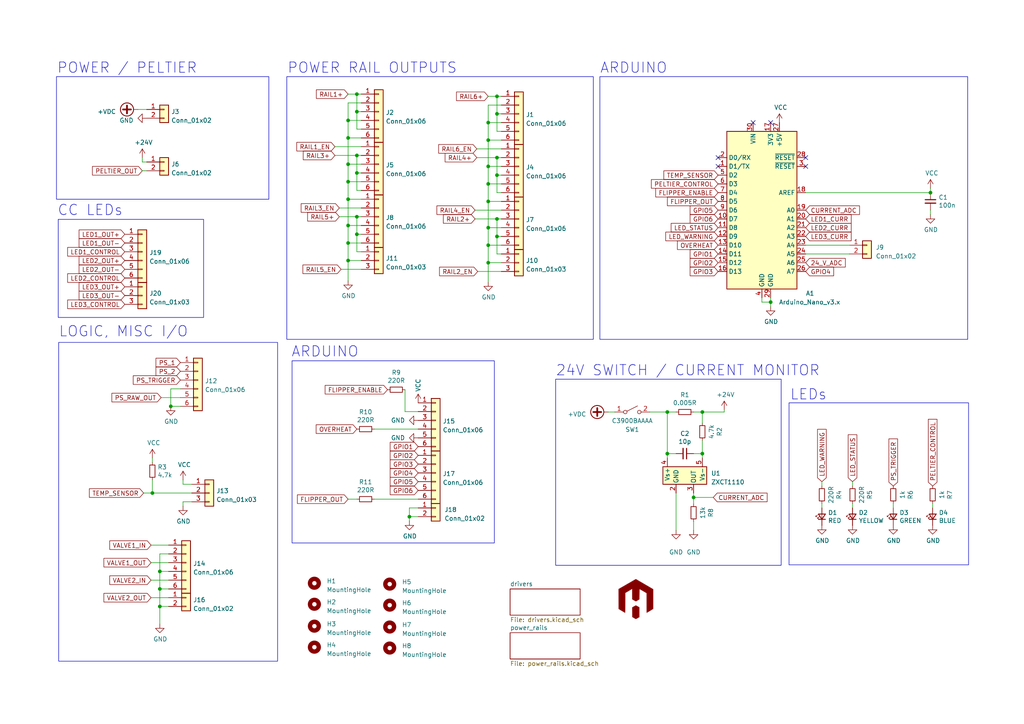
<source format=kicad_sch>
(kicad_sch (version 20230121) (generator eeschema)
  (paper "A4")
  (title_block (title "Pip Control Board") (date "2024-02-18") (rev "v3") (company "Max Hunter"))
  (lib_symbols
    (symbol "Amplifier_Current:ZXCT1110" (pin_names (offset 0.254))
      (property "Reference" "U" (at 7.62 1.27 0))
      (property "Value" "ZXCT1110" (at 7.62 -1.27 0))
      (symbol "ZXCT1110_1_1"
        (pin no_connect line (at 0 2.54 270) (length 2.54) hide (name "NC") (number "1"))
        (pin power_in line (at -2.54 -5.08 90) (length 2.54) (name "GND") (number "2"))
        (pin output line (at 2.54 -5.08 90) (length 2.54) (name "OUT") (number "3"))
        (pin input line (at -5.08 5.08 270) (length 2.54) (name "Vs+") (number "4"))
        (pin input line (at 5.08 5.08 270) (length 2.54) (name "Vs-") (number "5"))
      )
    )
    (symbol "Connector_Generic:Conn_01x02" (pin_names (offset 1.016) hide)
      (property "Reference" "J" (at 0 2.54 0))
      (property "Value" "Conn_01x02" (at 0 -5.08 0))
      (symbol "Conn_01x02_1_1"
        (pin passive line (at -5.08 0 0) (length 3.81) (name "Pin_1") (number "1"))
        (pin passive line (at -5.08 -2.54 0) (length 3.81) (name "Pin_2") (number "2"))
      )
    )
    (symbol "Connector_Generic:Conn_01x03" (pin_names (offset 1.016) hide)
      (property "Reference" "J" (at 0 5.08 0))
      (property "Value" "Conn_01x03" (at 0 -5.08 0))
      (symbol "Conn_01x03_1_1"
        (pin passive line (at -5.08 2.54 0) (length 3.81) (name "Pin_1") (number "1"))
        (pin passive line (at -5.08 0 0) (length 3.81) (name "Pin_2") (number "2"))
        (pin passive line (at -5.08 -2.54 0) (length 3.81) (name "Pin_3") (number "3"))
      )
    )
    (symbol "Connector_Generic:Conn_01x06" (pin_names (offset 1.016) hide)
      (property "Reference" "J" (at 0 7.62 0))
      (property "Value" "Conn_01x06" (at 0 -10.16 0))
      (symbol "Conn_01x06_1_1"
        (pin passive line (at -5.08 5.08 0) (length 3.81) (name "Pin_1") (number "1"))
        (pin passive line (at -5.08 2.54 0) (length 3.81) (name "Pin_2") (number "2"))
        (pin passive line (at -5.08 0 0) (length 3.81) (name "Pin_3") (number "3"))
        (pin passive line (at -5.08 -2.54 0) (length 3.81) (name "Pin_4") (number "4"))
        (pin passive line (at -5.08 -5.08 0) (length 3.81) (name "Pin_5") (number "5"))
        (pin passive line (at -5.08 -7.62 0) (length 3.81) (name "Pin_6") (number "6"))
      )
    )
    (symbol "Connector_Generic:Conn_01x15" (pin_names (offset 1.016) hide)
      (property "Reference" "J" (at 0 20.32 0))
      (property "Value" "Conn_01x15" (at 0 -20.32 0))
      (symbol "Conn_01x15_1_1"
        (pin passive line (at -5.08 17.78 0) (length 3.81) (name "Pin_1") (number "1"))
        (pin passive line (at -5.08 -5.08 0) (length 3.81) (name "Pin_10") (number "10"))
        (pin passive line (at -5.08 -7.62 0) (length 3.81) (name "Pin_11") (number "11"))
        (pin passive line (at -5.08 -10.16 0) (length 3.81) (name "Pin_12") (number "12"))
        (pin passive line (at -5.08 -12.7 0) (length 3.81) (name "Pin_13") (number "13"))
        (pin passive line (at -5.08 -15.24 0) (length 3.81) (name "Pin_14") (number "14"))
        (pin passive line (at -5.08 -17.78 0) (length 3.81) (name "Pin_15") (number "15"))
        (pin passive line (at -5.08 15.24 0) (length 3.81) (name "Pin_2") (number "2"))
        (pin passive line (at -5.08 12.7 0) (length 3.81) (name "Pin_3") (number "3"))
        (pin passive line (at -5.08 10.16 0) (length 3.81) (name "Pin_4") (number "4"))
        (pin passive line (at -5.08 7.62 0) (length 3.81) (name "Pin_5") (number "5"))
        (pin passive line (at -5.08 5.08 0) (length 3.81) (name "Pin_6") (number "6"))
        (pin passive line (at -5.08 2.54 0) (length 3.81) (name "Pin_7") (number "7"))
        (pin passive line (at -5.08 0 0) (length 3.81) (name "Pin_8") (number "8"))
        (pin passive line (at -5.08 -2.54 0) (length 3.81) (name "Pin_9") (number "9"))
      )
    )
    (symbol "Device:C_Small" (pin_numbers hide) (pin_names (offset 0.254) hide)
      (property "Reference" "C" (at 0.254 1.778 0))
      (property "Value" "C_Small" (at 0.254 -2.032 0))
      (symbol "C_Small_1_1"
        (pin passive line (at 0 2.54 270) (length 2.032) (name "~") (number "1"))
        (pin passive line (at 0 -2.54 90) (length 2.032) (name "~") (number "2"))
      )
    )
    (symbol "Device:LED_Small" (pin_numbers hide) (pin_names (offset 0.254) hide)
      (property "Reference" "D" (at -1.27 3.175 0))
      (property "Value" "LED_Small" (at -4.445 -2.54 0))
      (symbol "LED_Small_1_1"
        (pin passive line (at -2.54 0 0) (length 1.778) (name "K") (number "1"))
        (pin passive line (at 2.54 0 180) (length 1.778) (name "A") (number "2"))
      )
    )
    (symbol "Device:R_Small" (pin_numbers hide) (pin_names (offset 0.254) hide)
      (property "Reference" "R" (at 0.762 0.508 0))
      (property "Value" "R_Small" (at 0.762 -1.016 0))
      (symbol "R_Small_1_1"
        (pin passive line (at 0 2.54 270) (length 0.762) (name "~") (number "1"))
        (pin passive line (at 0 -2.54 90) (length 0.762) (name "~") (number "2"))
      )
    )
    (symbol "GND_1" (power) (pin_names (offset 0))
      (property "Value" "GND_1" (at 0 -3.81 0))
      (symbol "GND_1_1_1"
        (pin power_in line (at 0 0 270) (length 0) hide (name "GND") (number "1"))
      )
    )
    (symbol "GND_2" (power) (pin_names (offset 0))
      (property "Value" "GND_2" (at 0 -3.81 0))
      (symbol "GND_2_1_1"
        (pin power_in line (at 0 0 270) (length 0) hide (name "GND") (number "1"))
      )
    )
    (symbol "GND_3" (power) (pin_names (offset 0))
      (property "Value" "GND_3" (at 0 -3.81 0))
      (symbol "GND_3_1_1"
        (pin power_in line (at 0 0 270) (length 0) hide (name "GND") (number "1"))
      )
    )
    (symbol "Jumper:Jumper_2_Bridged" (pin_names (offset 0) hide)
      (property "Reference" "JP" (at 0 1.905 0))
      (property "Value" "Jumper_2_Bridged" (at 0 -2.54 0))
      (symbol "Jumper_2_Bridged_1_1"
        (pin passive line (at -5.08 0 0) (length 2.54) (name "A") (number "1"))
        (pin passive line (at 5.08 0 180) (length 2.54) (name "B") (number "2"))
      )
    )
    (symbol "MCU_Module:Arduino_Nano_v3.x"
      (property "Reference" "A" (at -10.16 23.495 0))
      (property "Value" "Arduino_Nano_v3.x" (at 5.08 -24.13 0))
      (symbol "Arduino_Nano_v3.x_1_1"
        (pin bidirectional line (at -12.7 12.7 0) (length 2.54) (name "D1/TX") (number "1"))
        (pin bidirectional line (at -12.7 -2.54 0) (length 2.54) (name "D7") (number "10"))
        (pin bidirectional line (at -12.7 -5.08 0) (length 2.54) (name "D8") (number "11"))
        (pin bidirectional line (at -12.7 -7.62 0) (length 2.54) (name "D9") (number "12"))
        (pin bidirectional line (at -12.7 -10.16 0) (length 2.54) (name "D10") (number "13"))
        (pin bidirectional line (at -12.7 -12.7 0) (length 2.54) (name "D11") (number "14"))
        (pin bidirectional line (at -12.7 -15.24 0) (length 2.54) (name "D12") (number "15"))
        (pin bidirectional line (at -12.7 -17.78 0) (length 2.54) (name "D13") (number "16"))
        (pin power_out line (at 2.54 25.4 270) (length 2.54) (name "3V3") (number "17"))
        (pin input line (at 12.7 5.08 180) (length 2.54) (name "AREF") (number "18"))
        (pin bidirectional line (at 12.7 0 180) (length 2.54) (name "A0") (number "19"))
        (pin bidirectional line (at -12.7 15.24 0) (length 2.54) (name "D0/RX") (number "2"))
        (pin bidirectional line (at 12.7 -2.54 180) (length 2.54) (name "A1") (number "20"))
        (pin bidirectional line (at 12.7 -5.08 180) (length 2.54) (name "A2") (number "21"))
        (pin bidirectional line (at 12.7 -7.62 180) (length 2.54) (name "A3") (number "22"))
        (pin bidirectional line (at 12.7 -10.16 180) (length 2.54) (name "A4") (number "23"))
        (pin bidirectional line (at 12.7 -12.7 180) (length 2.54) (name "A5") (number "24"))
        (pin bidirectional line (at 12.7 -15.24 180) (length 2.54) (name "A6") (number "25"))
        (pin bidirectional line (at 12.7 -17.78 180) (length 2.54) (name "A7") (number "26"))
        (pin power_out line (at 5.08 25.4 270) (length 2.54) (name "+5V") (number "27"))
        (pin input line (at 12.7 15.24 180) (length 2.54) (name "~{RESET}") (number "28"))
        (pin power_in line (at 2.54 -25.4 90) (length 2.54) (name "GND") (number "29"))
        (pin input line (at 12.7 12.7 180) (length 2.54) (name "~{RESET}") (number "3"))
        (pin power_in line (at -2.54 25.4 270) (length 2.54) (name "VIN") (number "30"))
        (pin power_in line (at 0 -25.4 90) (length 2.54) (name "GND") (number "4"))
        (pin bidirectional line (at -12.7 10.16 0) (length 2.54) (name "D2") (number "5"))
        (pin bidirectional line (at -12.7 7.62 0) (length 2.54) (name "D3") (number "6"))
        (pin bidirectional line (at -12.7 5.08 0) (length 2.54) (name "D4") (number "7"))
        (pin bidirectional line (at -12.7 2.54 0) (length 2.54) (name "D5") (number "8"))
        (pin bidirectional line (at -12.7 0 0) (length 2.54) (name "D6") (number "9"))
      )
    )
    (symbol "Mechanical:MountingHole" (pin_names (offset 1.016))
      (property "Reference" "H" (at 0 5.08 0))
      (property "Value" "MountingHole" (at 0 3.175 0))
    )
    (symbol "Switch:SW_SPST" (pin_names (offset 0) hide)
      (property "Reference" "SW" (at 0 3.175 0))
      (property "Value" "SW_SPST" (at 0 -2.54 0))
      (symbol "SW_SPST_1_1"
        (pin passive line (at -5.08 0 0) (length 2.54) (name "A") (number "1"))
        (pin passive line (at 5.08 0 180) (length 2.54) (name "B") (number "2"))
      )
    )
    (symbol "maxlibrary:maxlogo" (pin_names (offset 1.016)))
    (symbol "power:+24V" (power) (pin_names (offset 0))
      (property "Value" "+24V" (at 0 3.556 0))
      (symbol "+24V_1_1"
        (pin power_in line (at 0 0 90) (length 0) hide (name "+24V") (number "1"))
      )
    )
    (symbol "power:+VDC" (power) (pin_names (offset 0))
      (property "Value" "+VDC" (at 0 6.35 0))
      (symbol "+VDC_1_1"
        (pin power_in line (at 0 0 90) (length 0) hide (name "+VDC") (number "1"))
      )
    )
    (symbol "power:GND" (power) (pin_names (offset 0))
      (property "Value" "GND" (at 0 -3.81 0))
      (symbol "GND_1_1"
        (pin power_in line (at 0 0 270) (length 0) hide (name "GND") (number "1"))
      )
    )
    (symbol "power:VCC" (power) (pin_names (offset 0))
      (property "Value" "VCC" (at 0 3.81 0))
      (symbol "VCC_1_1"
        (pin power_in line (at 0 0 90) (length 0) hide (name "VCC") (number "1"))
      )
    )
  )
  (junction (at 269.875 55.88))
  (junction (at 100.965 57.785))
  (junction (at 118.745 149.86))
  (junction (at 193.548 131.572))
  (junction (at 49.53 117.856))
  (junction (at 46.355 175.895))
  (junction (at 203.708 119.507))
  (junction (at 100.965 34.925))
  (junction (at 141.605 35.56))
  (junction (at 100.965 47.625))
  (junction (at 144.145 68.58))
  (junction (at 144.145 33.02))
  (junction (at 100.965 52.705))
  (junction (at 103.505 67.945))
  (junction (at 46.355 165.735))
  (junction (at 103.505 32.385))
  (junction (at 144.145 45.72))
  (junction (at 203.708 131.572))
  (junction (at 103.505 27.305))
  (junction (at 100.965 70.485))
  (junction (at 144.145 27.94))
  (junction (at 201.168 144.272))
  (junction (at 100.965 40.005))
  (junction (at 100.965 65.405))
  (junction (at 141.605 53.34))
  (junction (at 144.145 63.5))
  (junction (at 223.52 87.63))
  (junction (at 100.965 75.565))
  (junction (at 103.505 50.165))
  (junction (at 44.196 143.002))
  (junction (at 193.548 119.507))
  (junction (at 141.605 71.12))
  (junction (at 141.605 48.26))
  (junction (at 103.505 62.865))
  (junction (at 46.355 170.815))
  (junction (at 144.145 50.8))
  (junction (at 141.605 76.2))
  (junction (at 141.605 58.42))
  (junction (at 141.605 40.64))
  (junction (at 103.505 45.085))
  (junction (at 141.605 66.04))
  (no_connect (at 223.52 35.56))
  (no_connect (at 243.205 -34.544))
  (no_connect (at 233.045 -23.114))
  (no_connect (at 233.68 45.72))
  (no_connect (at 208.28 45.72))
  (no_connect (at 208.28 48.26))
  (no_connect (at 243.205 -17.78))
  (no_connect (at 233.045 -34.544))
  (no_connect (at 233.045 -17.78))
  (no_connect (at 233.045 -29.21))
  (no_connect (at 233.299 -40.64))
  (no_connect (at 218.44 35.56))
  (no_connect (at 233.68 48.26))
  (no_connect (at 243.459 -45.974))
  (no_connect (at 243.459 -40.64))
  (no_connect (at 243.205 -23.114))
  (no_connect (at 233.299 -45.974))
  (no_connect (at 243.205 -29.21))
  (wire (pts (xy 203.708 119.507) (xy 210.058 119.507)))
  (wire (pts (xy 103.505 32.385) (xy 104.775 32.385)))
  (wire (pts (xy 145.415 53.34) (xy 141.605 53.34)))
  (wire (pts (xy 44.196 139.192) (xy 44.196 143.002)))
  (wire (pts (xy 238.379 146.05) (xy 238.379 147.32)))
  (wire (pts (xy 46.355 160.655) (xy 48.895 160.655)))
  (wire (pts (xy 46.355 175.895) (xy 46.355 180.975)))
  (wire (pts (xy 144.145 68.58) (xy 144.145 73.66)))
  (wire (pts (xy 201.168 143.002) (xy 201.168 144.272)))
  (wire (pts (xy 141.605 71.12) (xy 141.605 76.2)))
  (wire (pts (xy 46.355 160.655) (xy 46.355 165.735)))
  (wire (pts (xy 43.815 158.115) (xy 48.895 158.115)))
  (wire (pts (xy 100.965 52.705) (xy 100.965 57.785)))
  (wire (pts (xy 144.145 68.58) (xy 145.415 68.58)))
  (wire (pts (xy 141.605 48.26) (xy 141.605 53.34)))
  (wire (pts (xy 104.775 70.485) (xy 100.965 70.485)))
  (wire (pts (xy 103.505 62.865) (xy 103.505 67.945)))
  (wire (pts (xy 53.086 139.192) (xy 53.086 140.462)))
  (wire (pts (xy 138.303 45.72) (xy 144.145 45.72)))
  (wire (pts (xy 144.145 38.1) (xy 145.415 38.1)))
  (wire (pts (xy 137.795 63.5) (xy 144.145 63.5)))
  (wire (pts (xy 138.557 78.74) (xy 145.415 78.74)))
  (wire (pts (xy 223.52 88.9) (xy 223.52 87.63)))
  (wire (pts (xy 206.883 144.272) (xy 201.168 144.272)))
  (wire (pts (xy 40.005 31.75) (xy 42.545 31.75)))
  (wire (pts (xy 141.605 53.34) (xy 141.605 58.42)))
  (wire (pts (xy 100.965 75.565) (xy 100.965 81.407)))
  (wire (pts (xy 138.303 43.18) (xy 145.415 43.18)))
  (wire (pts (xy 103.505 45.085) (xy 103.505 50.165)))
  (wire (pts (xy 269.875 62.23) (xy 269.875 60.96)))
  (wire (pts (xy 108.585 144.78) (xy 121.285 144.78)))
  (wire (pts (xy 41.275 45.72) (xy 41.275 46.99)))
  (wire (pts (xy 100.965 34.925) (xy 100.965 40.005)))
  (wire (pts (xy 203.708 131.572) (xy 203.708 132.842)))
  (wire (pts (xy 41.275 49.53) (xy 42.545 49.53)))
  (wire (pts (xy 193.548 131.572) (xy 193.548 132.842)))
  (wire (pts (xy 201.168 151.257) (xy 201.168 153.797)))
  (wire (pts (xy 118.745 149.86) (xy 118.745 151.13)))
  (wire (pts (xy 193.548 131.572) (xy 196.088 131.572)))
  (wire (pts (xy 259.08 147.32) (xy 259.08 146.05)))
  (wire (pts (xy 223.52 86.36) (xy 223.52 87.63)))
  (wire (pts (xy 53.086 145.542) (xy 53.086 146.812)))
  (wire (pts (xy 144.145 45.72) (xy 144.145 50.8)))
  (wire (pts (xy 141.605 35.56) (xy 141.605 40.64)))
  (wire (pts (xy 103.505 55.245) (xy 104.775 55.245)))
  (wire (pts (xy 144.145 33.02) (xy 144.145 38.1)))
  (wire (pts (xy 104.775 57.785) (xy 100.965 57.785)))
  (wire (pts (xy 196.088 153.797) (xy 196.088 143.002)))
  (wire (pts (xy 117.475 113.03) (xy 117.475 119.38)))
  (wire (pts (xy 46.355 170.815) (xy 46.355 175.895)))
  (wire (pts (xy 46.736 115.316) (xy 52.324 115.316)))
  (wire (pts (xy 210.058 118.872) (xy 210.058 119.507)))
  (wire (pts (xy 220.98 87.63) (xy 223.52 87.63)))
  (wire (pts (xy 98.425 62.865) (xy 103.505 62.865)))
  (wire (pts (xy 193.548 119.507) (xy 193.548 131.572)))
  (wire (pts (xy 141.605 58.42) (xy 141.605 66.04)))
  (wire (pts (xy 238.379 140.97) (xy 238.379 139.7)))
  (wire (pts (xy 144.145 50.8) (xy 145.415 50.8)))
  (wire (pts (xy 100.965 70.485) (xy 100.965 75.565)))
  (wire (pts (xy 98.933 78.105) (xy 104.775 78.105)))
  (wire (pts (xy 43.815 168.275) (xy 48.895 168.275)))
  (wire (pts (xy 137.795 60.96) (xy 145.415 60.96)))
  (wire (pts (xy 141.605 40.64) (xy 141.605 48.26)))
  (wire (pts (xy 141.605 27.94) (xy 144.145 27.94)))
  (wire (pts (xy 141.605 48.26) (xy 145.415 48.26)))
  (wire (pts (xy 46.355 170.815) (xy 48.895 170.815)))
  (wire (pts (xy 43.815 163.195) (xy 48.895 163.195)))
  (wire (pts (xy 103.505 32.385) (xy 103.505 37.465)))
  (wire (pts (xy 203.708 127.762) (xy 203.708 131.572)))
  (wire (pts (xy 144.145 33.02) (xy 145.415 33.02)))
  (wire (pts (xy 117.475 119.38) (xy 121.285 119.38)))
  (wire (pts (xy 145.415 66.04) (xy 141.605 66.04)))
  (wire (pts (xy 104.775 34.925) (xy 100.965 34.925)))
  (wire (pts (xy 52.324 117.856) (xy 49.53 117.856)))
  (wire (pts (xy 103.505 67.945) (xy 104.775 67.945)))
  (wire (pts (xy 144.145 45.72) (xy 145.415 45.72)))
  (wire (pts (xy 141.605 66.04) (xy 141.605 71.12)))
  (wire (pts (xy 100.965 29.845) (xy 100.965 34.925)))
  (wire (pts (xy 44.196 132.842) (xy 44.196 134.112)))
  (wire (pts (xy 53.086 140.462) (xy 55.626 140.462)))
  (wire (pts (xy 46.355 175.895) (xy 48.895 175.895)))
  (wire (pts (xy 145.415 58.42) (xy 141.605 58.42)))
  (wire (pts (xy 144.145 73.66) (xy 145.415 73.66)))
  (wire (pts (xy 103.505 50.165) (xy 104.775 50.165)))
  (wire (pts (xy 103.505 27.305) (xy 103.505 32.385)))
  (wire (pts (xy 97.155 42.545) (xy 104.775 42.545)))
  (wire (pts (xy 103.505 37.465) (xy 104.775 37.465)))
  (wire (pts (xy 118.745 147.32) (xy 121.285 147.32)))
  (wire (pts (xy 46.355 165.735) (xy 46.355 170.815)))
  (wire (pts (xy 103.505 67.945) (xy 103.505 73.025)))
  (wire (pts (xy 145.415 35.56) (xy 141.605 35.56)))
  (wire (pts (xy 44.196 143.002) (xy 55.626 143.002)))
  (wire (pts (xy 144.145 50.8) (xy 144.145 55.88)))
  (wire (pts (xy 97.155 45.085) (xy 103.505 45.085)))
  (wire (pts (xy 49.53 112.776) (xy 49.53 117.856)))
  (wire (pts (xy 220.98 86.36) (xy 220.98 87.63)))
  (wire (pts (xy 188.468 119.507) (xy 193.548 119.507)))
  (wire (pts (xy 233.68 71.12) (xy 246.38 71.12)))
  (wire (pts (xy 103.505 62.865) (xy 104.775 62.865)))
  (wire (pts (xy 44.196 143.002) (xy 41.656 143.002)))
  (wire (pts (xy 145.415 40.64) (xy 141.605 40.64)))
  (wire (pts (xy 104.775 29.845) (xy 100.965 29.845)))
  (wire (pts (xy 193.548 119.507) (xy 196.088 119.507)))
  (wire (pts (xy 104.775 40.005) (xy 100.965 40.005)))
  (wire (pts (xy 144.145 55.88) (xy 145.415 55.88)))
  (wire (pts (xy 233.68 73.66) (xy 246.38 73.66)))
  (wire (pts (xy 100.965 75.565) (xy 104.775 75.565)))
  (wire (pts (xy 145.415 30.48) (xy 141.605 30.48)))
  (wire (pts (xy 55.626 145.542) (xy 53.086 145.542)))
  (wire (pts (xy 104.775 52.705) (xy 100.965 52.705)))
  (wire (pts (xy 104.775 65.405) (xy 100.965 65.405)))
  (wire (pts (xy 118.745 149.86) (xy 118.745 147.32)))
  (wire (pts (xy 141.605 30.48) (xy 141.605 35.56)))
  (wire (pts (xy 176.403 119.507) (xy 178.308 119.507)))
  (wire (pts (xy 103.505 50.165) (xy 103.505 55.245)))
  (wire (pts (xy 121.285 149.86) (xy 118.745 149.86)))
  (wire (pts (xy 108.585 124.46) (xy 121.285 124.46)))
  (wire (pts (xy 100.965 27.305) (xy 103.505 27.305)))
  (wire (pts (xy 100.965 144.78) (xy 103.505 144.78)))
  (wire (pts (xy 247.269 140.97) (xy 247.269 139.7)))
  (wire (pts (xy 144.145 27.94) (xy 145.415 27.94)))
  (wire (pts (xy 49.53 112.776) (xy 52.324 112.776)))
  (wire (pts (xy 270.51 146.05) (xy 270.51 147.32)))
  (wire (pts (xy 144.145 63.5) (xy 145.415 63.5)))
  (wire (pts (xy 269.875 54.61) (xy 269.875 55.88)))
  (wire (pts (xy 144.145 27.94) (xy 144.145 33.02)))
  (wire (pts (xy 100.965 57.785) (xy 100.965 65.405)))
  (wire (pts (xy 145.415 71.12) (xy 141.605 71.12)))
  (wire (pts (xy 247.269 146.05) (xy 247.269 147.32)))
  (wire (pts (xy 100.965 40.005) (xy 100.965 47.625)))
  (wire (pts (xy 201.168 131.572) (xy 203.708 131.572)))
  (wire (pts (xy 104.775 47.625) (xy 100.965 47.625)))
  (wire (pts (xy 46.355 165.735) (xy 48.895 165.735)))
  (wire (pts (xy 144.145 63.5) (xy 144.145 68.58)))
  (wire (pts (xy 103.505 27.305) (xy 104.775 27.305)))
  (wire (pts (xy 145.415 76.2) (xy 141.605 76.2)))
  (wire (pts (xy 98.425 60.325) (xy 104.775 60.325)))
  (wire (pts (xy 203.708 119.507) (xy 203.708 122.682)))
  (wire (pts (xy 100.965 65.405) (xy 100.965 70.485)))
  (wire (pts (xy 103.505 73.025) (xy 104.775 73.025)))
  (wire (pts (xy 201.168 144.272) (xy 201.168 146.177)))
  (wire (pts (xy 103.505 45.085) (xy 104.775 45.085)))
  (wire (pts (xy 43.815 173.355) (xy 48.895 173.355)))
  (wire (pts (xy 233.68 55.88) (xy 269.875 55.88)))
  (wire (pts (xy 41.275 46.99) (xy 42.545 46.99)))
  (wire (pts (xy 100.965 47.625) (xy 100.965 52.705)))
  (wire (pts (xy 141.605 76.2) (xy 141.605 81.788)))
  (wire (pts (xy 201.168 119.507) (xy 203.708 119.507)))
  (rectangle (start 16.891 63.627) (end 59.055 92.075))
  (rectangle (start 173.99 22.225) (end 280.67 98.425))
  (rectangle (start 84.709 104.648) (end 143.383 157.48))
  (rectangle (start 161.163 109.982) (end 226.568 163.957))
  (rectangle (start 16.383 22.225) (end 77.978 57.785))
  (rectangle (start 17.018 99.314) (end 80.518 191.77))
  (rectangle (start 83.185 22.225) (end 172.085 98.425))
  (rectangle (start 228.854 116.84) (end 280.924 163.83))
  (text "LEDs" (at 229.108 116.332 0) (effects (font (size 2.9972 2.9972)) (justify left bottom)))
  (text "CC LEDs" (at 16.637 62.865 0) (effects (font (size 3 3)) (justify left bottom)))
  (text "ARDUINO" (at 84.455 103.886 0) (effects (font (size 3 3)) (justify left bottom)))
  (text "24V SWITCH / CURRENT MONITOR" (at 161.163 109.347 0) (effects (font (size 2.9972 2.9972)) (justify left bottom)))
  (text "ARDUINO" (at 173.99 21.59 0) (effects (font (size 2.9972 2.9972)) (justify left bottom)))
  (text "POWER / PELTIER" (at 16.51 21.59 0) (effects (font (size 2.9972 2.9972)) (justify left bottom)))
  (text "LOGIC, MISC I/O" (at 17.018 98.044 0) (effects (font (size 2.9972 2.9972)) (justify left bottom)))
  (text "POWER RAIL OUTPUTS" (at 83.312 21.59 0) (effects (font (size 2.9972 2.9972)) (justify left bottom)))
  (global_label "VALVE2_OUT" (shape input) (at 43.815 173.355 180) (property "Intersheetrefs" "${INTERSHEET_REFS}" (effects hide)))
  (global_label "LED2_OUT-" (shape input) (at 36.195 78.105 180) (property "Intersheetrefs" "${INTERSHEET_REFS}" (effects hide)))
  (global_label "CURRENT_ADC" (shape input) (at 206.883 144.272 0) (property "Intersheetrefs" "${INTERSHEET_REFS}" (effects hide)))
  (global_label "GPIO3" (shape input) (at 208.28 78.74 180) (property "Intersheetrefs" "${INTERSHEET_REFS}" (effects hide)))
  (global_label "LED1_OUT+" (shape input) (at 36.195 67.945 180) (property "Intersheetrefs" "${INTERSHEET_REFS}" (effects hide)))
  (global_label "RAIL1_EN" (shape input) (at 97.155 42.545 180) (property "Intersheetrefs" "${INTERSHEET_REFS}" (effects hide)))
  (global_label "FLIPPER_OUT" (shape input) (at 208.28 58.42 180) (property "Intersheetrefs" "${INTERSHEET_REFS}" (effects hide)))
  (global_label "LED1_OUT-" (shape input) (at 36.195 70.485 180) (property "Intersheetrefs" "${INTERSHEET_REFS}" (effects hide)))
  (global_label "GPIO6" (shape input) (at 121.285 142.24 180) (property "Intersheetrefs" "${INTERSHEET_REFS}" (effects hide)))
  (global_label "GPIO4" (shape input) (at 233.68 78.74 0) (property "Intersheetrefs" "${INTERSHEET_REFS}" (effects hide)))
  (global_label "PS_RAW_OUT" (shape input) (at 46.736 115.316 180) (property "Intersheetrefs" "${INTERSHEET_REFS}" (effects hide)))
  (global_label "PELTIER_CONTROL" (shape input) (at 270.51 140.97 90) (property "Intersheetrefs" "${INTERSHEET_REFS}" (effects hide)))
  (global_label "RAIL6_EN" (shape input) (at 138.303 43.18 180) (property "Intersheetrefs" "${INTERSHEET_REFS}" (effects hide)))
  (global_label "LED3_CONTROL" (shape input) (at 36.195 88.265 180) (property "Intersheetrefs" "${INTERSHEET_REFS}" (effects hide)))
  (global_label "RAIL2+" (shape input) (at 137.795 63.5 180) (property "Intersheetrefs" "${INTERSHEET_REFS}" (effects hide)))
  (global_label "PELTIER_OUT" (shape input) (at 41.275 49.53 180) (property "Intersheetrefs" "${INTERSHEET_REFS}" (effects hide)))
  (global_label "RAIL5_EN" (shape input) (at 98.933 78.105 180) (property "Intersheetrefs" "${INTERSHEET_REFS}" (effects hide)))
  (global_label "CURRENT_ADC" (shape input) (at 233.68 60.96 0) (property "Intersheetrefs" "${INTERSHEET_REFS}" (effects hide)))
  (global_label "FLIPPER_OUT" (shape input) (at 100.965 144.78 180) (property "Intersheetrefs" "${INTERSHEET_REFS}" (effects hide)))
  (global_label "PS_2" (shape input) (at 52.324 107.696 180) (property "Intersheetrefs" "${INTERSHEET_REFS}" (effects hide)))
  (global_label "LED3_OUT+" (shape input) (at 36.195 83.185 180) (property "Intersheetrefs" "${INTERSHEET_REFS}" (effects hide)))
  (global_label "GPIO5" (shape input) (at 208.28 60.96 180) (property "Intersheetrefs" "${INTERSHEET_REFS}" (effects hide)))
  (global_label "OVERHEAT" (shape input) (at 103.505 124.46 180) (property "Intersheetrefs" "${INTERSHEET_REFS}" (effects hide)))
  (global_label "PS_1" (shape input) (at 52.324 105.156 180) (property "Intersheetrefs" "${INTERSHEET_REFS}" (effects hide)))
  (global_label "PELTIER_CONTROL" (shape input) (at 208.28 53.34 180) (property "Intersheetrefs" "${INTERSHEET_REFS}" (effects hide)))
  (global_label "RAIL6+" (shape input) (at 141.605 27.94 180) (property "Intersheetrefs" "${INTERSHEET_REFS}" (effects hide)))
  (global_label "LED_WARNING" (shape input) (at 208.28 68.58 180) (property "Intersheetrefs" "${INTERSHEET_REFS}" (effects hide)))
  (global_label "RAIL5+" (shape input) (at 98.425 62.865 180) (property "Intersheetrefs" "${INTERSHEET_REFS}" (effects hide)))
  (global_label "RAIL3+" (shape input) (at 97.155 45.085 180) (property "Intersheetrefs" "${INTERSHEET_REFS}" (effects hide)))
  (global_label "RAIL1+" (shape input) (at 100.965 27.305 180) (property "Intersheetrefs" "${INTERSHEET_REFS}" (effects hide)))
  (global_label "LED_STATUS" (shape input) (at 208.28 66.04 180) (property "Intersheetrefs" "${INTERSHEET_REFS}" (effects hide)))
  (global_label "VALVE2_IN" (shape input) (at 43.815 168.275 180) (property "Intersheetrefs" "${INTERSHEET_REFS}" (effects hide)))
  (global_label "VALVE1_OUT" (shape input) (at 43.815 163.195 180) (property "Intersheetrefs" "${INTERSHEET_REFS}" (effects hide)))
  (global_label "LED2_OUT+" (shape input) (at 36.195 75.565 180) (property "Intersheetrefs" "${INTERSHEET_REFS}" (effects hide)))
  (global_label "VALVE1_IN" (shape input) (at 43.815 158.115 180) (property "Intersheetrefs" "${INTERSHEET_REFS}" (effects hide)))
  (global_label "GPIO5" (shape input) (at 121.285 139.7 180) (property "Intersheetrefs" "${INTERSHEET_REFS}" (effects hide)))
  (global_label "LED_STATUS" (shape input) (at 247.269 139.7 90) (property "Intersheetrefs" "${INTERSHEET_REFS}" (effects hide)))
  (global_label "LED1_CONTROL" (shape input) (at 36.195 73.025 180) (property "Intersheetrefs" "${INTERSHEET_REFS}" (effects hide)))
  (global_label "GPIO6" (shape input) (at 208.28 63.5 180) (property "Intersheetrefs" "${INTERSHEET_REFS}" (effects hide)))
  (global_label "GPIO4" (shape input) (at 121.285 137.16 180) (property "Intersheetrefs" "${INTERSHEET_REFS}" (effects hide)))
  (global_label "LED3_CURR" (shape input) (at 233.68 68.58 0) (property "Intersheetrefs" "${INTERSHEET_REFS}" (effects hide)))
  (global_label "LED2_CURR" (shape input) (at 233.68 66.04 0) (property "Intersheetrefs" "${INTERSHEET_REFS}" (effects hide)))
  (global_label "RAIL4_EN" (shape input) (at 137.795 60.96 180) (property "Intersheetrefs" "${INTERSHEET_REFS}" (effects hide)))
  (global_label "GPIO1" (shape input) (at 121.285 129.54 180) (property "Intersheetrefs" "${INTERSHEET_REFS}" (effects hide)))
  (global_label "GPIO2" (shape input) (at 208.28 76.2 180) (property "Intersheetrefs" "${INTERSHEET_REFS}" (effects hide)))
  (global_label "LED_WARNING" (shape input) (at 238.379 139.7 90) (property "Intersheetrefs" "${INTERSHEET_REFS}" (effects hide)))
  (global_label "GPIO2" (shape input) (at 121.285 132.08 180) (property "Intersheetrefs" "${INTERSHEET_REFS}" (effects hide)))
  (global_label "RAIL3_EN" (shape input) (at 98.425 60.325 180) (property "Intersheetrefs" "${INTERSHEET_REFS}" (effects hide)))
  (global_label "FLIPPER_ENABLE" (shape input) (at 112.395 113.03 180) (property "Intersheetrefs" "${INTERSHEET_REFS}" (effects hide)))
  (global_label "RAIL4+" (shape input) (at 138.303 45.72 180) (property "Intersheetrefs" "${INTERSHEET_REFS}" (effects hide)))
  (global_label "GPIO3" (shape input) (at 121.285 134.62 180) (property "Intersheetrefs" "${INTERSHEET_REFS}" (effects hide)))
  (global_label "LED3_OUT-" (shape input) (at 36.195 85.725 180) (property "Intersheetrefs" "${INTERSHEET_REFS}" (effects hide)))
  (global_label "FLIPPER_ENABLE" (shape input) (at 208.28 55.88 180) (property "Intersheetrefs" "${INTERSHEET_REFS}" (effects hide)))
  (global_label "24_V_ADC" (shape input) (at 233.68 76.2 0) (property "Intersheetrefs" "${INTERSHEET_REFS}" (effects hide)))
  (global_label "PS_TRIGGER" (shape input) (at 259.08 140.97 90) (property "Intersheetrefs" "${INTERSHEET_REFS}" (effects hide)))
  (global_label "GPIO1" (shape input) (at 208.28 73.66 180) (property "Intersheetrefs" "${INTERSHEET_REFS}" (effects hide)))
  (global_label "OVERHEAT" (shape input) (at 208.28 71.12 180) (property "Intersheetrefs" "${INTERSHEET_REFS}" (effects hide)))
  (global_label "TEMP_SENSOR" (shape input) (at 208.28 50.8 180) (property "Intersheetrefs" "${INTERSHEET_REFS}" (effects hide)))
  (global_label "PS_TRIGGER" (shape input) (at 52.324 110.236 180) (property "Intersheetrefs" "${INTERSHEET_REFS}" (effects hide)))
  (global_label "LED1_CURR" (shape input) (at 233.68 63.5 0) (property "Intersheetrefs" "${INTERSHEET_REFS}" (effects hide)))
  (global_label "RAIL2_EN" (shape input) (at 138.557 78.74 180) (property "Intersheetrefs" "${INTERSHEET_REFS}" (effects hide)))
  (global_label "TEMP_SENSOR" (shape input) (at 41.656 143.002 180) (property "Intersheetrefs" "${INTERSHEET_REFS}" (effects hide)))
  (global_label "LED2_CONTROL" (shape input) (at 36.195 80.645 180) (property "Intersheetrefs" "${INTERSHEET_REFS}" (effects hide)))
  (symbol (lib_id "MCU_Module:Arduino_Nano_v3.x") (at 220.98 60.96 0) (unit 1)
    (property "Reference" "A1" (at 234.95 85.09 0))
    (property "Value" "Arduino_Nano_v3.x" (at 234.823 87.63 0))
    (property "Footprint" "Module:Arduino_Nano" (effects hide))
    (property "Datasheet" "http://www.mouser.com/pdfdocs/Gravitech_Arduino_Nano3_0.pdf" (effects hide))
  )
  (symbol (lib_id "power:GND") (at 53.086 146.812 0) (unit 1)
    (property "Reference" "#PWR015" (effects hide))
    (property "Value" "GND" (at 53.213 151.2062 0))
  )
  (symbol (lib_id "Device:R_Small") (at 44.196 136.652 0) (unit 1)
    (property "Reference" "R3" (at 45.6946 135.4836 0) (effects (justify left)))
    (property "Value" "4.7k" (at 45.6946 137.795 0) (effects (justify left)))
    (property "Footprint" "Resistor_SMD:R_0805_2012Metric" (effects hide))
    (property "LCSC Part #" "C17673" (effects hide))
  )
  (symbol (lib_id "Device:R_Small") (at 106.045 144.78 270) (unit 1)
    (property "Reference" "R11" (at 106.045 139.8016 90))
    (property "Value" "220R" (at 106.045 142.113 90))
    (property "Footprint" "Resistor_SMD:R_0805_2012Metric" (effects hide))
    (property "LCSC Part #" "C17557" (effects hide))
  )
  (symbol (lib_id "Device:R_Small") (at 114.935 113.03 270) (unit 1)
    (property "Reference" "R9" (at 114.935 108.0516 90))
    (property "Value" "220R" (at 114.935 110.363 90))
    (property "Footprint" "Resistor_SMD:R_0805_2012Metric" (effects hide))
    (property "LCSC Part #" "C17557" (effects hide))
  )
  (symbol (lib_id "power:GND") (at 118.745 151.13 0) (unit 1)
    (property "Reference" "#PWR026" (effects hide))
    (property "Value" "GND" (at 118.872 155.5242 0))
  )
  (symbol (lib_id "power:GND") (at 223.52 88.9 0) (unit 1)
    (property "Reference" "#PWR09" (effects hide))
    (property "Value" "GND" (at 223.647 93.2942 0))
  )
  (symbol (lib_id "power:VCC") (at 226.06 35.56 0) (unit 1)
    (property "Reference" "#PWR01" (effects hide))
    (property "Value" "VCC" (at 226.441 31.1658 0))
  )
  (symbol (lib_id "power:VCC") (at 269.875 54.61 0) (unit 1)
    (property "Reference" "#PWR05" (effects hide))
    (property "Value" "VCC" (at 270.256 50.2158 0))
  )
  (symbol (lib_id "Device:C_Small") (at 269.875 58.42 0) (unit 1)
    (property "Reference" "C1" (at 272.2118 57.2516 0) (effects (justify left)))
    (property "Value" "100n" (at 272.2118 59.563 0) (effects (justify left)))
    (property "Footprint" "Capacitor_SMD:C_0805_2012Metric" (effects hide))
    (property "LCSC Part #" "C28233" (effects hide))
  )
  (symbol (lib_id "power:GND") (at 269.875 62.23 0) (unit 1)
    (property "Reference" "#PWR06" (effects hide))
    (property "Value" "GND" (at 270.002 66.6242 0))
  )
  (symbol (lib_id "power:VCC") (at 121.285 116.84 0) (unit 1)
    (property "Reference" "#PWR022" (effects hide))
    (property "Value" "VCC" (at 121.285 113.665 90) (effects (justify left)))
  )
  (symbol (lib_id "Device:LED_Small") (at 238.379 149.86 90) (unit 1)
    (property "Reference" "D1" (at 240.157 148.6916 90) (effects (justify right)))
    (property "Value" "RED" (at 240.157 151.003 90) (effects (justify right)))
    (property "Footprint" "LED_SMD:LED_0805_2012Metric" (effects hide))
    (property "LCSC Part #" "C84256" (effects hide))
  )
  (symbol (lib_id "Device:R_Small") (at 238.379 143.51 180) (unit 1)
    (property "Reference" "R4" (at 243.3574 143.51 90))
    (property "Value" "220R" (at 241.046 143.51 90))
    (property "Footprint" "Resistor_SMD:R_0805_2012Metric" (effects hide))
    (property "LCSC Part #" "C17557" (effects hide))
  )
  (symbol (lib_id "Device:LED_Small") (at 247.269 149.86 90) (unit 1)
    (property "Reference" "D2" (at 249.047 148.6916 90) (effects (justify right)))
    (property "Value" "YELLOW" (at 249.047 151.003 90) (effects (justify right)))
    (property "Footprint" "LED_SMD:LED_0805_2012Metric" (effects hide))
    (property "LCSC Part #" "C2296" (effects hide))
  )
  (symbol (lib_id "Device:R_Small") (at 247.269 143.51 180) (unit 1)
    (property "Reference" "R5" (at 252.2474 143.51 90))
    (property "Value" "220R" (at 249.936 143.51 90))
    (property "Footprint" "Resistor_SMD:R_0805_2012Metric" (effects hide))
    (property "LCSC Part #" "C17557" (effects hide))
  )
  (symbol (lib_id "power:GND") (at 238.379 152.4 0) (unit 1)
    (property "Reference" "#PWR016" (effects hide))
    (property "Value" "GND" (at 238.506 156.7942 0))
  )
  (symbol (lib_id "power:GND") (at 247.269 152.4 0) (unit 1)
    (property "Reference" "#PWR017" (effects hide))
    (property "Value" "GND" (at 247.396 156.7942 0))
  )
  (symbol (lib_id "Device:R_Small") (at 270.51 143.51 180) (unit 1)
    (property "Reference" "R7" (at 275.4884 143.51 90))
    (property "Value" "1k" (at 273.177 143.51 90))
    (property "Footprint" "Resistor_SMD:R_0805_2012Metric" (effects hide))
    (property "LCSC Part #" "C17513" (effects hide))
  )
  (symbol (lib_id "Device:R_Small") (at 259.08 143.51 180) (unit 1)
    (property "Reference" "R6" (at 264.0584 143.51 90))
    (property "Value" "1k" (at 261.747 143.51 90))
    (property "Footprint" "Resistor_SMD:R_0805_2012Metric" (effects hide))
    (property "LCSC Part #" "C17513" (effects hide))
  )
  (symbol (lib_id "Device:LED_Small") (at 259.08 149.86 90) (unit 1)
    (property "Reference" "D3" (at 260.858 148.6916 90) (effects (justify right)))
    (property "Value" "GREEN" (at 260.858 151.003 90) (effects (justify right)))
    (property "Footprint" "LED_SMD:LED_0805_2012Metric" (effects hide))
    (property "LCSC Part #" "C2297" (effects hide))
  )
  (symbol (lib_id "Device:LED_Small") (at 270.51 149.86 90) (unit 1)
    (property "Reference" "D4" (at 272.288 148.6916 90) (effects (justify right)))
    (property "Value" "BLUE" (at 272.288 151.003 90) (effects (justify right)))
    (property "Footprint" "LED_SMD:LED_0603_1608Metric" (effects hide))
    (property "LCSC Part #" "C72041" (effects hide))
  )
  (symbol (lib_id "power:GND") (at 259.08 152.4 0) (unit 1)
    (property "Reference" "#PWR018" (effects hide))
    (property "Value" "GND" (at 259.207 156.7942 0))
  )
  (symbol (lib_id "power:GND") (at 270.51 152.4 0) (unit 1)
    (property "Reference" "#PWR019" (effects hide))
    (property "Value" "GND" (at 270.637 156.7942 0))
  )
  (symbol (lib_id "power:VCC") (at 53.086 139.192 0) (unit 1)
    (property "Reference" "#PWR014" (effects hide))
    (property "Value" "VCC" (at 53.467 134.7978 0))
  )
  (symbol (lib_id "power:VCC") (at 44.196 132.842 0) (unit 1)
    (property "Reference" "#PWR013" (effects hide))
    (property "Value" "VCC" (at 44.577 128.4478 0))
  )
  (symbol (lib_id "power:+24V") (at 41.275 45.72 0) (unit 1)
    (property "Reference" "#PWR04" (effects hide))
    (property "Value" "+24V" (at 41.656 41.3258 0))
  )
  (symbol (lib_id "Jumper:Jumper_2_Bridged") (at 238.379 -34.544 0) (unit 1)
    (property "Reference" "JP9" (at 238.379 -38.1 0))
    (property "Value" "Jumper_2_Bridged" (at 238.379 -35.56 0))
    (property "Footprint" "maxlibrary:DOT" (effects hide))
    (property "LCSC Part #" "C5305" (effects hide))
  )
  (symbol (lib_id "Mechanical:MountingHole") (at 91.186 175.26 0) (unit 1)
    (property "Reference" "H2" (at 94.742 174.625 0) (effects (justify left)))
    (property "Value" "MountingHole" (at 94.742 177.165 0) (effects (justify left)))
    (property "Footprint" "MountingHole:MountingHole_4.3mm_M4" (effects hide))
  )
  (symbol (lib_id "Device:R_Small") (at 198.628 119.507 270) (unit 1)
    (property "Reference" "R1" (at 198.628 114.5286 90))
    (property "Value" "0.005R" (at 198.628 116.84 90))
    (property "Footprint" "Resistor_SMD:R_2512_6332Metric" (effects hide))
    (property "LCSC Part #" "C5121085" (effects hide))
  )
  (symbol (lib_id "Connector_Generic:Conn_01x02") (at 251.46 71.12 0) (unit 1)
    (property "Reference" "J9" (at 254 71.755 0) (effects (justify left)))
    (property "Value" "Conn_01x02" (at 254 74.295 0) (effects (justify left)))
    (property "Footprint" "Connector_PinHeader_2.54mm:PinHeader_1x02_P2.54mm_Vertical" (effects hide))
  )
  (symbol (lib_id "Connector_Generic:Conn_01x06") (at 41.275 73.025 0) (unit 1)
    (property "Reference" "J19" (at 43.307 73.279 0) (effects (justify left)))
    (property "Value" "Conn_01x06" (at 43.307 75.819 0) (effects (justify left)))
    (property "Footprint" "TerminalBlock_Phoenix:TerminalBlock_Phoenix_PT-1,5-6-5.0-H_1x06_P5.00mm_Horizontal" (effects hide))
    (property "LCSC Part #" "C192771" (effects hide))
  )
  (symbol (lib_id "power:GND") (at 141.605 81.788 0) (unit 1)
    (property "Reference" "#PWR07" (effects hide))
    (property "Value" "GND" (at 141.732 86.1822 0))
  )
  (symbol (lib_id "Connector_Generic:Conn_01x06") (at 109.855 62.865 0) (unit 1)
    (property "Reference" "J8" (at 111.887 63.119 0) (effects (justify left)))
    (property "Value" "Conn_01x06" (at 111.887 65.659 0) (effects (justify left)))
    (property "Footprint" "TerminalBlock_Phoenix:TerminalBlock_Phoenix_PT-1,5-6-5.0-H_1x06_P5.00mm_Horizontal" (effects hide))
    (property "LCSC Part #" "C192771" (effects hide))
  )
  (symbol (lib_id "Switch:SW_SPST") (at 183.388 119.507 0) (unit 1)
    (property "Reference" "SW1" (at 183.388 124.587 0))
    (property "Value" "C3900BAAAA" (at 183.388 122.047 0))
    (property "Footprint" "maxlibrary:C3900BAAAA" (effects hide))
    (property "LCSC Part #" "C4949944" (effects hide))
  )
  (symbol (lib_id "Jumper:Jumper_2_Bridged") (at 238.379 -40.64 0) (unit 1)
    (property "Reference" "JP8" (at 238.379 -44.196 0))
    (property "Value" "Jumper_2_Bridged" (at 238.379 -41.656 0))
    (property "Footprint" "maxlibrary:DOT" (effects hide))
    (property "LCSC Part #" "C5305" (effects hide))
  )
  (symbol (lib_id "power:GND") (at 49.53 117.856 0) (unit 1)
    (property "Reference" "#PWR010" (effects hide))
    (property "Value" "GND" (at 49.657 122.2502 0))
  )
  (symbol (lib_id "Mechanical:MountingHole") (at 91.186 181.61 0) (unit 1)
    (property "Reference" "H3" (at 94.742 180.975 0) (effects (justify left)))
    (property "Value" "MountingHole" (at 94.742 183.515 0) (effects (justify left)))
    (property "Footprint" "MountingHole:MountingHole_4.3mm_M4" (effects hide))
  )
  (symbol (lib_id "Connector_Generic:Conn_01x02") (at 47.625 46.99 0) (unit 1)
    (property "Reference" "J6" (at 49.657 47.625 0) (effects (justify left)))
    (property "Value" "Conn_01x02" (at 49.657 50.165 0) (effects (justify left)))
    (property "Footprint" "TerminalBlock_Phoenix:TerminalBlock_Phoenix_PT-1,5-2-5.0-H_1x02_P5.00mm_Horizontal" (effects hide))
    (property "LCSC Part #" "C8269" (effects hide))
  )
  (symbol (lib_id "Connector_Generic:Conn_01x03") (at 150.495 76.2 0) (unit 1)
    (property "Reference" "J10" (at 152.527 75.565 0) (effects (justify left)))
    (property "Value" "Conn_01x03" (at 152.527 78.105 0) (effects (justify left)))
    (property "Footprint" "TerminalBlock_Phoenix:TerminalBlock_Phoenix_PT-1,5-3-5.0-H_1x03_P5.00mm_Horizontal" (effects hide))
    (property "LCSC Part #" "C8270" (effects hide))
  )
  (symbol (lib_id "Amplifier_Current:ZXCT1110") (at 198.628 137.922 0) (unit 1)
    (property "Reference" "U1" (at 206.248 137.287 0) (effects (justify left)))
    (property "Value" "ZXCT1110" (at 206.248 139.827 0) (effects (justify left)))
    (property "Footprint" "Package_TO_SOT_SMD:SOT-23-5" (effects hide))
    (property "Datasheet" "https://www.diodes.com/assets/Datasheets/ZXCT1107_10.pdf" (effects hide))
    (property "LCSC Part #" "C78482" (effects hide))
  )
  (symbol (lib_id "Connector_Generic:Conn_01x15") (at 285.115 -33.02 0) (unit 1)
    (property "Reference" "J22" (at 287.147 -33.655 0) (effects (justify left)))
    (property "Value" "Conn_01x15" (at 287.147 -31.115 0) (effects (justify left)))
    (property "Footprint" "maxlibrary:DOT" (effects hide))
    (property "LCSC Part #" "C2897378" (effects hide))
  )
  (symbol (lib_id "power:GND") (at 100.965 81.407 0) (unit 1)
    (property "Reference" "#PWR08" (effects hide))
    (property "Value" "GND" (at 101.092 85.8012 0))
  )
  (symbol (lib_id "Device:R_Small") (at 201.168 148.717 180) (unit 1)
    (property "Reference" "R8" (at 206.1464 148.717 90))
    (property "Value" "13k" (at 203.835 148.717 90))
    (property "Footprint" "Resistor_SMD:R_0805_2012Metric" (effects hide))
    (property "LCSC Part #" "C217812" (effects hide))
  )
  (symbol (lib_id "Jumper:Jumper_2_Bridged") (at 238.125 -17.526 0) (unit 1)
    (property "Reference" "JP12" (at 238.125 -21.082 0))
    (property "Value" "Jumper_2_Bridged" (at 238.125 -18.542 0))
    (property "Footprint" "maxlibrary:DOT" (effects hide))
    (property "LCSC Part #" "C5305" (effects hide))
  )
  (symbol (lib_id "Connector_Generic:Conn_01x06") (at 150.495 63.5 0) (unit 1)
    (property "Reference" "J7" (at 152.527 63.754 0) (effects (justify left)))
    (property "Value" "Conn_01x06" (at 152.527 66.294 0) (effects (justify left)))
    (property "Footprint" "TerminalBlock_Phoenix:TerminalBlock_Phoenix_PT-1,5-6-5.0-H_1x06_P5.00mm_Horizontal" (effects hide))
    (property "LCSC Part #" "C192771" (effects hide))
  )
  (symbol (lib_id "power:GND") (at 46.355 180.975 0) (unit 1)
    (property "Reference" "#PWR025" (effects hide))
    (property "Value" "GND" (at 46.482 185.3692 0))
  )
  (symbol (lib_id "power:+24V") (at 210.058 118.872 0) (unit 1)
    (property "Reference" "#PWR011" (effects hide))
    (property "Value" "+24V" (at 210.439 114.4778 0))
  )
  (symbol (lib_id "Connector_Generic:Conn_01x02") (at 126.365 147.32 0) (unit 1)
    (property "Reference" "J18" (at 128.905 147.828 0) (effects (justify left)))
    (property "Value" "Conn_01x02" (at 128.905 150.368 0) (effects (justify left)))
    (property "Footprint" "TerminalBlock_Phoenix:TerminalBlock_Phoenix_PT-1,5-2-5.0-H_1x02_P5.00mm_Horizontal" (effects hide))
    (property "LCSC Part #" "C8269" (effects hide))
  )
  (symbol (lib_id "Mechanical:MountingHole") (at 91.186 187.706 0) (unit 1)
    (property "Reference" "H4" (at 94.742 187.071 0) (effects (justify left)))
    (property "Value" "MountingHole" (at 94.742 189.611 0) (effects (justify left)))
    (property "Footprint" "MountingHole:MountingHole_4.3mm_M4" (effects hide))
  )
  (symbol (lib_id "Connector_Generic:Conn_01x06") (at 53.975 163.195 0) (unit 1)
    (property "Reference" "J14" (at 56.007 163.449 0) (effects (justify left)))
    (property "Value" "Conn_01x06" (at 56.007 165.989 0) (effects (justify left)))
    (property "Footprint" "TerminalBlock_Phoenix:TerminalBlock_Phoenix_PT-1,5-6-5.0-H_1x06_P5.00mm_Horizontal" (effects hide))
    (property "LCSC Part #" "C192771" (effects hide))
  )
  (symbol (lib_id "Mechanical:MountingHole") (at 91.186 169.164 0) (unit 1)
    (property "Reference" "H1" (at 94.742 168.529 0) (effects (justify left)))
    (property "Value" "MountingHole" (at 94.742 171.069 0) (effects (justify left)))
    (property "Footprint" "MountingHole:MountingHole_4.3mm_M4" (effects hide))
  )
  (symbol (lib_id "Connector_Generic:Conn_01x02") (at 53.975 173.355 0) (unit 1)
    (property "Reference" "J16" (at 56.007 173.99 0) (effects (justify left)))
    (property "Value" "Conn_01x02" (at 56.007 176.53 0) (effects (justify left)))
    (property "Footprint" "TerminalBlock_Phoenix:TerminalBlock_Phoenix_PT-1,5-2-5.0-H_1x02_P5.00mm_Horizontal" (effects hide))
    (property "LCSC Part #" "C8269" (effects hide))
  )
  (symbol (lib_id "power:+VDC") (at 40.005 31.75 90) (unit 1)
    (property "Reference" "#PWR02" (effects hide))
    (property "Value" "+VDC" (at 33.655 32.385 90) (effects (justify left)))
  )
  (symbol (lib_id "Connector_Generic:Conn_01x06") (at 109.855 32.385 0) (unit 1)
    (property "Reference" "J2" (at 111.887 32.639 0) (effects (justify left)))
    (property "Value" "Conn_01x06" (at 111.887 35.179 0) (effects (justify left)))
    (property "Footprint" "TerminalBlock_Phoenix:TerminalBlock_Phoenix_PT-1,5-6-5.0-H_1x06_P5.00mm_Horizontal" (effects hide))
    (property "LCSC Part #" "C192771" (effects hide))
  )
  (symbol (lib_id "power:+VDC") (at 176.403 119.507 90) (unit 1)
    (property "Reference" "#PWR012" (effects hide))
    (property "Value" "+VDC" (at 170.053 120.142 90) (effects (justify left)))
  )
  (symbol (lib_id "Connector_Generic:Conn_01x06") (at 109.855 47.625 0) (unit 1)
    (property "Reference" "J5" (at 111.887 47.879 0) (effects (justify left)))
    (property "Value" "Conn_01x06" (at 111.887 50.419 0) (effects (justify left)))
    (property "Footprint" "TerminalBlock_Phoenix:TerminalBlock_Phoenix_PT-1,5-6-5.0-H_1x06_P5.00mm_Horizontal" (effects hide))
    (property "LCSC Part #" "C192771" (effects hide))
  )
  (symbol (lib_name "GND_2") (lib_id "power:GND") (at 121.285 127 270) (unit 1)
    (property "Reference" "#PWR024" (effects hide))
    (property "Value" "GND" (at 117.475 127 90) (effects (justify right)))
  )
  (symbol (lib_id "Mechanical:MountingHole") (at 113.03 181.864 0) (unit 1)
    (property "Reference" "H7" (at 116.586 181.229 0) (effects (justify left)))
    (property "Value" "MountingHole" (at 116.586 183.769 0) (effects (justify left)))
    (property "Footprint" "MountingHole:MountingHole_4.3mm_M4" (effects hide))
  )
  (symbol (lib_name "GND_3") (lib_id "power:GND") (at 201.168 153.797 0) (unit 1)
    (property "Reference" "#PWR021" (effects hide))
    (property "Value" "GND" (at 201.168 160.147 0))
  )
  (symbol (lib_id "Jumper:Jumper_2_Bridged") (at 238.379 -28.956 0) (unit 1)
    (property "Reference" "JP10" (at 238.379 -32.512 0))
    (property "Value" "Jumper_2_Bridged" (at 238.379 -29.972 0))
    (property "Footprint" "maxlibrary:DOT" (effects hide))
    (property "LCSC Part #" "C5305" (effects hide))
  )
  (symbol (lib_id "Mechanical:MountingHole") (at 113.03 169.418 0) (unit 1)
    (property "Reference" "H5" (at 116.586 168.783 0) (effects (justify left)))
    (property "Value" "MountingHole" (at 116.586 171.323 0) (effects (justify left)))
    (property "Footprint" "MountingHole:MountingHole_4.3mm_M4" (effects hide))
  )
  (symbol (lib_id "Connector_Generic:Conn_01x02") (at 47.625 31.75 0) (unit 1)
    (property "Reference" "J3" (at 49.657 32.385 0) (effects (justify left)))
    (property "Value" "Conn_01x02" (at 49.657 34.925 0) (effects (justify left)))
    (property "Footprint" "TerminalBlock_Phoenix:TerminalBlock_Phoenix_PT-1,5-2-5.0-H_1x02_P5.00mm_Horizontal" (effects hide))
    (property "LCSC Part #" "C8269" (effects hide))
  )
  (symbol (lib_id "Device:C_Small") (at 198.628 131.572 270) (unit 1)
    (property "Reference" "C2" (at 198.628 125.7554 90))
    (property "Value" "10p" (at 198.628 128.0668 90))
    (property "Footprint" "Capacitor_SMD:C_0402_1005Metric" (effects hide))
    (property "LCSC Part #" "C32949" (effects hide))
  )
  (symbol (lib_name "GND_1") (lib_id "power:GND") (at 121.285 121.92 270) (unit 1)
    (property "Reference" "#PWR023" (effects hide))
    (property "Value" "GND" (at 117.475 121.92 90) (effects (justify right)))
  )
  (symbol (lib_id "Connector_Generic:Conn_01x03") (at 60.706 143.002 0) (unit 1)
    (property "Reference" "J13" (at 62.738 142.367 0) (effects (justify left)))
    (property "Value" "Conn_01x03" (at 62.738 144.907 0) (effects (justify left)))
    (property "Footprint" "TerminalBlock_Phoenix:TerminalBlock_Phoenix_PT-1,5-3-5.0-H_1x03_P5.00mm_Horizontal" (effects hide))
    (property "LCSC Part #" "C8270" (effects hide))
  )
  (symbol (lib_id "maxlibrary:maxlogo") (at 184.404 173.736 0) (unit 1)
    (property "Reference" "G1" (effects hide))
    (property "Value" "LOGO" (effects hide))
    (property "Footprint" "maxlibrary:maxlogo" (effects hide))
  )
  (symbol (lib_id "Device:R_Small") (at 203.708 125.222 180) (unit 1)
    (property "Reference" "R2" (at 208.6864 125.222 90))
    (property "Value" "4.7k" (at 206.375 125.222 90))
    (property "Footprint" "Resistor_SMD:R_0805_2012Metric" (effects hide))
    (property "LCSC Part #" "C17673" (effects hide))
  )
  (symbol (lib_name "GND_3") (lib_id "power:GND") (at 196.088 153.797 0) (unit 1)
    (property "Reference" "#PWR020" (effects hide))
    (property "Value" "GND" (at 196.088 160.147 0))
  )
  (symbol (lib_id "Connector_Generic:Conn_01x06") (at 150.495 48.26 0) (unit 1)
    (property "Reference" "J4" (at 152.527 48.514 0) (effects (justify left)))
    (property "Value" "Conn_01x06" (at 152.527 51.054 0) (effects (justify left)))
    (property "Footprint" "TerminalBlock_Phoenix:TerminalBlock_Phoenix_PT-1,5-6-5.0-H_1x06_P5.00mm_Horizontal" (effects hide))
    (property "LCSC Part #" "C192771" (effects hide))
  )
  (symbol (lib_id "Device:R_Small") (at 106.045 124.46 270) (unit 1)
    (property "Reference" "R10" (at 106.045 119.4816 90))
    (property "Value" "220R" (at 106.045 121.793 90))
    (property "Footprint" "Resistor_SMD:R_0805_2012Metric" (effects hide))
    (property "LCSC Part #" "C17557" (effects hide))
  )
  (symbol (lib_id "Mechanical:MountingHole") (at 113.03 175.514 0) (unit 1)
    (property "Reference" "H6" (at 116.586 174.879 0) (effects (justify left)))
    (property "Value" "MountingHole" (at 116.586 177.419 0) (effects (justify left)))
    (property "Footprint" "MountingHole:MountingHole_4.3mm_M4" (effects hide))
  )
  (symbol (lib_id "Connector_Generic:Conn_01x03") (at 41.275 85.725 0) (unit 1)
    (property "Reference" "J20" (at 43.307 85.09 0) (effects (justify left)))
    (property "Value" "Conn_01x03" (at 43.307 87.63 0) (effects (justify left)))
    (property "Footprint" "TerminalBlock_Phoenix:TerminalBlock_Phoenix_PT-1,5-3-5.0-H_1x03_P5.00mm_Horizontal" (effects hide))
    (property "LCSC Part #" "C8270" (effects hide))
  )
  (symbol (lib_id "Connector_Generic:Conn_01x06") (at 57.404 110.236 0) (unit 1)
    (property "Reference" "J12" (at 59.436 110.49 0) (effects (justify left)))
    (property "Value" "Conn_01x06" (at 59.436 113.03 0) (effects (justify left)))
    (property "Footprint" "TerminalBlock_Phoenix:TerminalBlock_Phoenix_PT-1,5-6-5.0-H_1x06_P5.00mm_Horizontal" (effects hide))
    (property "LCSC Part #" "C192771" (effects hide))
  )
  (symbol (lib_id "Connector_Generic:Conn_01x03") (at 109.855 75.565 0) (unit 1)
    (property "Reference" "J11" (at 111.887 74.93 0) (effects (justify left)))
    (property "Value" "Conn_01x03" (at 111.887 77.47 0) (effects (justify left)))
    (property "Footprint" "TerminalBlock_Phoenix:TerminalBlock_Phoenix_PT-1,5-3-5.0-H_1x03_P5.00mm_Horizontal" (effects hide))
    (property "LCSC Part #" "C8270" (effects hide))
  )
  (symbol (lib_id "Connector_Generic:Conn_01x06") (at 126.365 121.92 0) (unit 1)
    (property "Reference" "J15" (at 128.397 122.174 0) (effects (justify left)))
    (property "Value" "Conn_01x06" (at 128.397 124.714 0) (effects (justify left)))
    (property "Footprint" "TerminalBlock_Phoenix:TerminalBlock_Phoenix_PT-1,5-6-5.0-H_1x06_P5.00mm_Horizontal" (effects hide))
    (property "LCSC Part #" "C192771" (effects hide))
  )
  (symbol (lib_id "Jumper:Jumper_2_Bridged") (at 238.125 -23.114 0) (unit 1)
    (property "Reference" "JP11" (at 238.125 -26.67 0))
    (property "Value" "Jumper_2_Bridged" (at 238.125 -24.13 0))
    (property "Footprint" "maxlibrary:DOT" (effects hide))
    (property "LCSC Part #" "C5305" (effects hide))
  )
  (symbol (lib_id "Connector_Generic:Conn_01x06") (at 150.495 33.02 0) (unit 1)
    (property "Reference" "J1" (at 152.527 33.274 0) (effects (justify left)))
    (property "Value" "Conn_01x06" (at 152.527 35.814 0) (effects (justify left)))
    (property "Footprint" "TerminalBlock_Phoenix:TerminalBlock_Phoenix_PT-1,5-6-5.0-H_1x06_P5.00mm_Horizontal" (effects hide))
    (property "LCSC Part #" "C192771" (effects hide))
  )
  (symbol (lib_id "Connector_Generic:Conn_01x15") (at 262.255 -33.782 0) (unit 1)
    (property "Reference" "J21" (at 264.287 -34.417 0) (effects (justify left)))
    (property "Value" "Conn_01x15" (at 264.287 -31.877 0) (effects (justify left)))
    (property "Footprint" "maxlibrary:DOT" (effects hide))
    (property "LCSC Part #" "C2897378" (effects hide))
  )
  (symbol (lib_id "Jumper:Jumper_2_Bridged") (at 238.379 -45.974 0) (unit 1)
    (property "Reference" "JP7" (at 238.379 -49.53 0))
    (property "Value" "Jumper_2_Bridged" (at 238.379 -46.99 0))
    (property "Footprint" "maxlibrary:DOT" (effects hide))
    (property "LCSC Part #" "C5305" (effects hide))
  )
  (symbol (lib_id "Mechanical:MountingHole") (at 113.03 187.96 0) (unit 1)
    (property "Reference" "H8" (at 116.586 187.325 0) (effects (justify left)))
    (property "Value" "MountingHole" (at 116.586 189.865 0) (effects (justify left)))
    (property "Footprint" "MountingHole:MountingHole_4.3mm_M4" (effects hide))
  )
  (symbol (lib_name "GND_3") (lib_id "power:GND") (at 42.545 34.29 270) (unit 1)
    (property "Reference" "#PWR03" (effects hide))
    (property "Value" "GND" (at 38.735 34.925 90) (effects (justify right)))
  )
  (symbol (lib_id "Connector_Generic:Conn_01x06") (at 126.365 137.16 0) (unit 1)
    (property "Reference" "J17" (at 128.397 137.414 0) (effects (justify left)))
    (property "Value" "Conn_01x06" (at 128.397 139.954 0) (effects (justify left)))
    (property "Footprint" "TerminalBlock_Phoenix:TerminalBlock_Phoenix_PT-1,5-6-5.0-H_1x06_P5.00mm_Horizontal" (effects hide))
    (property "LCSC Part #" "C192771" (effects hide))
  )
  (sheet (at 147.955 170.815) (size 20.32 7.62)
    (property "Sheetname" "drivers" (at 147.955 170.1034 0) (effects (justify left bottom)))
    (property "Sheetfile" "drivers.kicad_sch" (at 147.955 179.0196 0) (effects (justify left top)))
  )
  (sheet (at 147.955 183.515) (size 20.32 7.62)
    (property "Sheetname" "power_rails" (at 147.955 182.8034 0) (effects (justify left bottom)))
    (property "Sheetfile" "power_rails.kicad_sch" (at 147.955 191.7196 0) (effects (justify left top)))
  )
)
</source>
